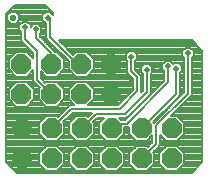
<source format=gtl>
G75*
%MOIN*%
%OFA0B0*%
%FSLAX25Y25*%
%IPPOS*%
%LPD*%
%AMOC8*
5,1,8,0,0,1.08239X$1,22.5*
%
%ADD10OC8,0.06600*%
%ADD11C,0.00787*%
%ADD12C,0.01981*%
%ADD13C,0.02178*%
D10*
X0132496Y0089189D03*
X0142496Y0089189D03*
X0152496Y0089189D03*
X0162496Y0089189D03*
X0172496Y0089189D03*
X0182496Y0089189D03*
X0182496Y0099189D03*
X0172496Y0099189D03*
X0162496Y0099189D03*
X0152496Y0099189D03*
X0142496Y0099189D03*
X0132496Y0099189D03*
X0132457Y0110567D03*
X0142457Y0110567D03*
X0152457Y0110567D03*
X0162457Y0110567D03*
X0162457Y0120567D03*
X0152457Y0120567D03*
X0142457Y0120567D03*
X0132457Y0120567D03*
D11*
X0127378Y0137288D02*
X0127378Y0087940D01*
X0130854Y0084465D01*
X0189257Y0084465D01*
X0192732Y0087940D01*
X0192732Y0125083D01*
X0189257Y0128559D01*
X0144916Y0128559D01*
X0149718Y0123756D01*
X0150720Y0124759D01*
X0154193Y0124759D01*
X0156648Y0122303D01*
X0156648Y0118831D01*
X0154193Y0116375D01*
X0150720Y0116375D01*
X0148265Y0118831D01*
X0148265Y0121574D01*
X0141412Y0128427D01*
X0141412Y0128427D01*
X0140659Y0129180D01*
X0140659Y0134157D01*
X0140568Y0134157D01*
X0139466Y0135260D01*
X0139466Y0136819D01*
X0140568Y0137922D01*
X0142128Y0137922D01*
X0143126Y0136923D01*
X0143126Y0137682D01*
X0140438Y0140370D01*
X0130460Y0140370D01*
X0127378Y0137288D01*
X0127670Y0137580D02*
X0128486Y0137580D01*
X0128917Y0138012D02*
X0127757Y0136851D01*
X0127757Y0135211D01*
X0128917Y0134050D01*
X0130558Y0134050D01*
X0131718Y0135211D01*
X0131718Y0136851D01*
X0130558Y0138012D01*
X0128917Y0138012D01*
X0128456Y0138366D02*
X0142442Y0138366D01*
X0142469Y0137580D02*
X0143126Y0137580D01*
X0141656Y0139152D02*
X0129242Y0139152D01*
X0130028Y0139938D02*
X0140870Y0139938D01*
X0140227Y0137580D02*
X0130990Y0137580D01*
X0131718Y0136794D02*
X0139466Y0136794D01*
X0139466Y0136008D02*
X0131718Y0136008D01*
X0131718Y0135222D02*
X0139503Y0135222D01*
X0140289Y0134436D02*
X0134793Y0134436D01*
X0134457Y0134772D02*
X0132898Y0134772D01*
X0131795Y0133669D01*
X0131795Y0132110D01*
X0132392Y0131513D01*
X0132392Y0128420D01*
X0136329Y0124483D01*
X0136329Y0122623D01*
X0134193Y0124759D01*
X0130720Y0124759D01*
X0128265Y0122303D01*
X0128265Y0118831D01*
X0130720Y0116375D01*
X0134193Y0116375D01*
X0136329Y0118511D01*
X0136329Y0114877D01*
X0138584Y0112622D01*
X0138265Y0112303D01*
X0138265Y0108831D01*
X0140720Y0106375D01*
X0144193Y0106375D01*
X0146648Y0108831D01*
X0146648Y0112303D01*
X0144193Y0114759D01*
X0140720Y0114759D01*
X0140402Y0114440D01*
X0138900Y0115942D01*
X0138900Y0118196D01*
X0140720Y0116375D01*
X0144193Y0116375D01*
X0146648Y0118831D01*
X0146648Y0122303D01*
X0144193Y0124759D01*
X0143680Y0124759D01*
X0138559Y0129879D01*
X0138559Y0130779D01*
X0139156Y0131376D01*
X0139156Y0132935D01*
X0138054Y0134038D01*
X0136494Y0134038D01*
X0135559Y0133103D01*
X0135559Y0133669D01*
X0134457Y0134772D01*
X0135559Y0133650D02*
X0136107Y0133650D01*
X0137274Y0132156D02*
X0137274Y0129346D01*
X0142457Y0124164D01*
X0142457Y0120567D01*
X0145750Y0117932D02*
X0149164Y0117932D01*
X0149949Y0117146D02*
X0144964Y0117146D01*
X0146536Y0118718D02*
X0148378Y0118718D01*
X0148265Y0119504D02*
X0146648Y0119504D01*
X0146648Y0120290D02*
X0148265Y0120290D01*
X0148265Y0121076D02*
X0146648Y0121076D01*
X0146648Y0121862D02*
X0147978Y0121862D01*
X0147192Y0122648D02*
X0146304Y0122648D01*
X0146406Y0123434D02*
X0145518Y0123434D01*
X0145620Y0124219D02*
X0144732Y0124219D01*
X0144834Y0125005D02*
X0143433Y0125005D01*
X0144048Y0125791D02*
X0142647Y0125791D01*
X0143262Y0126577D02*
X0141861Y0126577D01*
X0142476Y0127363D02*
X0141075Y0127363D01*
X0141690Y0128149D02*
X0140289Y0128149D01*
X0140904Y0128935D02*
X0139503Y0128935D01*
X0138717Y0129721D02*
X0140659Y0129721D01*
X0140659Y0130507D02*
X0138559Y0130507D01*
X0139073Y0131293D02*
X0140659Y0131293D01*
X0140659Y0132079D02*
X0139156Y0132079D01*
X0139156Y0132864D02*
X0140659Y0132864D01*
X0140659Y0133650D02*
X0138441Y0133650D01*
X0141348Y0136039D02*
X0141945Y0135443D01*
X0141945Y0129712D01*
X0151090Y0120567D01*
X0152457Y0120567D01*
X0155750Y0117932D02*
X0167825Y0117932D01*
X0167825Y0117638D02*
X0169809Y0115653D01*
X0169809Y0112090D01*
X0164729Y0107010D01*
X0154827Y0107010D01*
X0156648Y0108831D01*
X0156648Y0112303D01*
X0154193Y0114759D01*
X0150720Y0114759D01*
X0148265Y0112303D01*
X0148265Y0108831D01*
X0150086Y0107010D01*
X0148499Y0107010D01*
X0144551Y0103062D01*
X0144232Y0103381D01*
X0140760Y0103381D01*
X0138304Y0100925D01*
X0138304Y0097453D01*
X0140760Y0094997D01*
X0144232Y0094997D01*
X0146688Y0097453D01*
X0146688Y0100925D01*
X0146369Y0101244D01*
X0149564Y0104439D01*
X0155928Y0104439D01*
X0155898Y0104409D01*
X0154551Y0103062D01*
X0154232Y0103381D01*
X0150760Y0103381D01*
X0148304Y0100925D01*
X0148304Y0097453D01*
X0150760Y0094997D01*
X0154232Y0094997D01*
X0156688Y0097453D01*
X0156688Y0100925D01*
X0156369Y0101244D01*
X0157716Y0102591D01*
X0159970Y0102591D01*
X0158304Y0100925D01*
X0158304Y0097453D01*
X0160760Y0094997D01*
X0164232Y0094997D01*
X0166688Y0097453D01*
X0166688Y0099518D01*
X0168068Y0099518D01*
X0168304Y0099754D01*
X0168304Y0097453D01*
X0170760Y0094997D01*
X0174232Y0094997D01*
X0176110Y0096875D01*
X0176110Y0094621D01*
X0174551Y0093062D01*
X0174232Y0093381D01*
X0170760Y0093381D01*
X0168304Y0090925D01*
X0168304Y0087453D01*
X0170760Y0084997D01*
X0174232Y0084997D01*
X0176688Y0087453D01*
X0176688Y0090925D01*
X0176369Y0091244D01*
X0177928Y0092803D01*
X0178681Y0093556D01*
X0178681Y0097076D01*
X0180760Y0094997D01*
X0184232Y0094997D01*
X0186688Y0097453D01*
X0186688Y0100925D01*
X0184232Y0103381D01*
X0182433Y0103381D01*
X0188540Y0109488D01*
X0189293Y0110241D01*
X0189293Y0122852D01*
X0189890Y0123449D01*
X0189890Y0125008D01*
X0188788Y0126111D01*
X0187228Y0126111D01*
X0186126Y0125008D01*
X0186126Y0123449D01*
X0186722Y0122852D01*
X0186722Y0111305D01*
X0176863Y0101446D01*
X0176515Y0101098D01*
X0176369Y0101244D01*
X0184603Y0109478D01*
X0185356Y0110231D01*
X0185356Y0117734D01*
X0185953Y0118331D01*
X0185953Y0119890D01*
X0184851Y0120992D01*
X0183291Y0120992D01*
X0183087Y0120788D01*
X0182095Y0121780D01*
X0180535Y0121780D01*
X0179433Y0120677D01*
X0179433Y0119118D01*
X0180030Y0118521D01*
X0180030Y0115115D01*
X0167003Y0102089D01*
X0165524Y0102089D01*
X0165022Y0102591D01*
X0167440Y0102591D01*
X0168193Y0103344D01*
X0175553Y0110704D01*
X0175553Y0117419D01*
X0176150Y0118016D01*
X0176150Y0119575D01*
X0175047Y0120678D01*
X0173488Y0120678D01*
X0172385Y0119575D01*
X0172385Y0118016D01*
X0172982Y0117419D01*
X0172982Y0111769D01*
X0172380Y0111166D01*
X0172380Y0116718D01*
X0171627Y0117471D01*
X0170396Y0118702D01*
X0170396Y0121671D01*
X0170992Y0122268D01*
X0170992Y0123827D01*
X0169890Y0124929D01*
X0168331Y0124929D01*
X0167228Y0123827D01*
X0167228Y0122268D01*
X0167825Y0121671D01*
X0167825Y0117638D01*
X0168316Y0117146D02*
X0154964Y0117146D01*
X0156536Y0118718D02*
X0167825Y0118718D01*
X0167825Y0119504D02*
X0156648Y0119504D01*
X0156648Y0120290D02*
X0167825Y0120290D01*
X0167825Y0121076D02*
X0156648Y0121076D01*
X0156648Y0121862D02*
X0167634Y0121862D01*
X0167228Y0122648D02*
X0156304Y0122648D01*
X0155518Y0123434D02*
X0167228Y0123434D01*
X0167621Y0124219D02*
X0154732Y0124219D01*
X0150181Y0124219D02*
X0149255Y0124219D01*
X0148470Y0125005D02*
X0186126Y0125005D01*
X0186126Y0124219D02*
X0170600Y0124219D01*
X0170992Y0123434D02*
X0186141Y0123434D01*
X0186722Y0122648D02*
X0170992Y0122648D01*
X0170587Y0121862D02*
X0186722Y0121862D01*
X0186722Y0121076D02*
X0182799Y0121076D01*
X0181315Y0119898D02*
X0181315Y0114583D01*
X0167535Y0100803D01*
X0164110Y0100803D01*
X0162496Y0099189D01*
X0159831Y0095927D02*
X0155162Y0095927D01*
X0155947Y0096712D02*
X0159045Y0096712D01*
X0158304Y0097498D02*
X0156688Y0097498D01*
X0156688Y0098284D02*
X0158304Y0098284D01*
X0158304Y0099070D02*
X0156688Y0099070D01*
X0156688Y0099856D02*
X0158304Y0099856D01*
X0158304Y0100642D02*
X0156688Y0100642D01*
X0156553Y0101428D02*
X0158807Y0101428D01*
X0159593Y0102214D02*
X0157339Y0102214D01*
X0157183Y0103876D02*
X0166908Y0103876D01*
X0174268Y0111236D01*
X0174268Y0118795D01*
X0176150Y0118718D02*
X0179833Y0118718D01*
X0180030Y0117932D02*
X0176066Y0117932D01*
X0175553Y0117146D02*
X0180030Y0117146D01*
X0180030Y0116360D02*
X0175553Y0116360D01*
X0175553Y0115574D02*
X0180030Y0115574D01*
X0179703Y0114788D02*
X0175553Y0114788D01*
X0175553Y0114003D02*
X0178917Y0114003D01*
X0178131Y0113217D02*
X0175553Y0113217D01*
X0175553Y0112431D02*
X0177345Y0112431D01*
X0176559Y0111645D02*
X0175553Y0111645D01*
X0175553Y0110859D02*
X0175773Y0110859D01*
X0174987Y0110073D02*
X0174922Y0110073D01*
X0174202Y0109287D02*
X0174136Y0109287D01*
X0173416Y0108501D02*
X0173350Y0108501D01*
X0172630Y0107715D02*
X0172565Y0107715D01*
X0171844Y0106929D02*
X0171779Y0106929D01*
X0171058Y0106143D02*
X0170993Y0106143D01*
X0170272Y0105358D02*
X0170207Y0105358D01*
X0169486Y0104572D02*
X0169421Y0104572D01*
X0168700Y0103786D02*
X0168635Y0103786D01*
X0167914Y0103000D02*
X0167849Y0103000D01*
X0167128Y0102214D02*
X0165399Y0102214D01*
X0165261Y0105724D02*
X0149031Y0105724D01*
X0142496Y0099189D01*
X0139831Y0095927D02*
X0127378Y0095927D01*
X0127378Y0096712D02*
X0139045Y0096712D01*
X0138304Y0097498D02*
X0127378Y0097498D01*
X0127378Y0098284D02*
X0138304Y0098284D01*
X0138304Y0099070D02*
X0127378Y0099070D01*
X0127378Y0099856D02*
X0138304Y0099856D01*
X0138304Y0100642D02*
X0127378Y0100642D01*
X0127378Y0101428D02*
X0138807Y0101428D01*
X0139593Y0102214D02*
X0127378Y0102214D01*
X0127378Y0103000D02*
X0140379Y0103000D01*
X0140166Y0106929D02*
X0134747Y0106929D01*
X0134193Y0106375D02*
X0136648Y0108831D01*
X0136648Y0112303D01*
X0134193Y0114759D01*
X0130720Y0114759D01*
X0128265Y0112303D01*
X0128265Y0108831D01*
X0130720Y0106375D01*
X0134193Y0106375D01*
X0135533Y0107715D02*
X0139380Y0107715D01*
X0138595Y0108501D02*
X0136319Y0108501D01*
X0136648Y0109287D02*
X0138265Y0109287D01*
X0138265Y0110073D02*
X0136648Y0110073D01*
X0136648Y0110859D02*
X0138265Y0110859D01*
X0138265Y0111645D02*
X0136648Y0111645D01*
X0136521Y0112431D02*
X0138393Y0112431D01*
X0137989Y0113217D02*
X0135735Y0113217D01*
X0134949Y0114003D02*
X0137203Y0114003D01*
X0136417Y0114788D02*
X0127378Y0114788D01*
X0127378Y0114003D02*
X0129964Y0114003D01*
X0129178Y0113217D02*
X0127378Y0113217D01*
X0127378Y0112431D02*
X0128393Y0112431D01*
X0128265Y0111645D02*
X0127378Y0111645D01*
X0127378Y0110859D02*
X0128265Y0110859D01*
X0128265Y0110073D02*
X0127378Y0110073D01*
X0127378Y0109287D02*
X0128265Y0109287D01*
X0128595Y0108501D02*
X0127378Y0108501D01*
X0127378Y0107715D02*
X0129380Y0107715D01*
X0130166Y0106929D02*
X0127378Y0106929D01*
X0127378Y0106143D02*
X0147633Y0106143D01*
X0146847Y0105358D02*
X0127378Y0105358D01*
X0127378Y0104572D02*
X0146061Y0104572D01*
X0145275Y0103786D02*
X0127378Y0103786D01*
X0127378Y0095141D02*
X0140616Y0095141D01*
X0140760Y0093381D02*
X0138304Y0090925D01*
X0138304Y0087453D01*
X0140760Y0084997D01*
X0144232Y0084997D01*
X0146688Y0087453D01*
X0146688Y0090925D01*
X0144232Y0093381D01*
X0140760Y0093381D01*
X0140162Y0092783D02*
X0127378Y0092783D01*
X0127378Y0093569D02*
X0175058Y0093569D01*
X0175844Y0094355D02*
X0127378Y0094355D01*
X0127378Y0091997D02*
X0139376Y0091997D01*
X0138590Y0091211D02*
X0127378Y0091211D01*
X0127378Y0090425D02*
X0138304Y0090425D01*
X0138304Y0089639D02*
X0127378Y0089639D01*
X0127378Y0088853D02*
X0138304Y0088853D01*
X0138304Y0088067D02*
X0127378Y0088067D01*
X0128037Y0087282D02*
X0138476Y0087282D01*
X0139261Y0086496D02*
X0128823Y0086496D01*
X0129609Y0085710D02*
X0140047Y0085710D01*
X0144945Y0085710D02*
X0150047Y0085710D01*
X0150760Y0084997D02*
X0148304Y0087453D01*
X0148304Y0090925D01*
X0150760Y0093381D01*
X0154232Y0093381D01*
X0156688Y0090925D01*
X0156688Y0087453D01*
X0154232Y0084997D01*
X0150760Y0084997D01*
X0149261Y0086496D02*
X0145731Y0086496D01*
X0146517Y0087282D02*
X0148476Y0087282D01*
X0148304Y0088067D02*
X0146688Y0088067D01*
X0146688Y0088853D02*
X0148304Y0088853D01*
X0148304Y0089639D02*
X0146688Y0089639D01*
X0146688Y0090425D02*
X0148304Y0090425D01*
X0148590Y0091211D02*
X0146402Y0091211D01*
X0145616Y0091997D02*
X0149376Y0091997D01*
X0150162Y0092783D02*
X0144830Y0092783D01*
X0144376Y0095141D02*
X0150616Y0095141D01*
X0149831Y0095927D02*
X0145162Y0095927D01*
X0145947Y0096712D02*
X0149045Y0096712D01*
X0148304Y0097498D02*
X0146688Y0097498D01*
X0146688Y0098284D02*
X0148304Y0098284D01*
X0148304Y0099070D02*
X0146688Y0099070D01*
X0146688Y0099856D02*
X0148304Y0099856D01*
X0148304Y0100642D02*
X0146688Y0100642D01*
X0146553Y0101428D02*
X0148807Y0101428D01*
X0149593Y0102214D02*
X0147339Y0102214D01*
X0148125Y0103000D02*
X0150379Y0103000D01*
X0148911Y0103786D02*
X0155275Y0103786D01*
X0157183Y0103876D02*
X0152496Y0099189D01*
X0154376Y0095141D02*
X0160616Y0095141D01*
X0160760Y0093381D02*
X0158304Y0090925D01*
X0158304Y0087453D01*
X0160760Y0084997D01*
X0164232Y0084997D01*
X0166688Y0087453D01*
X0166688Y0090925D01*
X0164232Y0093381D01*
X0160760Y0093381D01*
X0160162Y0092783D02*
X0154830Y0092783D01*
X0155616Y0091997D02*
X0159376Y0091997D01*
X0158590Y0091211D02*
X0156402Y0091211D01*
X0156688Y0090425D02*
X0158304Y0090425D01*
X0158304Y0089639D02*
X0156688Y0089639D01*
X0156688Y0088853D02*
X0158304Y0088853D01*
X0158304Y0088067D02*
X0156688Y0088067D01*
X0156517Y0087282D02*
X0158476Y0087282D01*
X0159261Y0086496D02*
X0155731Y0086496D01*
X0154945Y0085710D02*
X0160047Y0085710D01*
X0164945Y0085710D02*
X0170047Y0085710D01*
X0169261Y0086496D02*
X0165731Y0086496D01*
X0166517Y0087282D02*
X0168476Y0087282D01*
X0168304Y0088067D02*
X0166688Y0088067D01*
X0166688Y0088853D02*
X0168304Y0088853D01*
X0168304Y0089639D02*
X0166688Y0089639D01*
X0166688Y0090425D02*
X0168304Y0090425D01*
X0168590Y0091211D02*
X0166402Y0091211D01*
X0165616Y0091997D02*
X0169376Y0091997D01*
X0170162Y0092783D02*
X0164830Y0092783D01*
X0164376Y0095141D02*
X0170616Y0095141D01*
X0169831Y0095927D02*
X0165162Y0095927D01*
X0165947Y0096712D02*
X0169045Y0096712D01*
X0168304Y0097498D02*
X0166688Y0097498D01*
X0166688Y0098284D02*
X0168304Y0098284D01*
X0168304Y0099070D02*
X0166688Y0099070D01*
X0172496Y0099189D02*
X0184071Y0110764D01*
X0184071Y0119110D01*
X0185555Y0117932D02*
X0186722Y0117932D01*
X0186722Y0117146D02*
X0185356Y0117146D01*
X0185356Y0116360D02*
X0186722Y0116360D01*
X0186722Y0115574D02*
X0185356Y0115574D01*
X0185356Y0114788D02*
X0186722Y0114788D01*
X0186722Y0114003D02*
X0185356Y0114003D01*
X0185356Y0113217D02*
X0186722Y0113217D01*
X0186722Y0112431D02*
X0185356Y0112431D01*
X0185356Y0111645D02*
X0186722Y0111645D01*
X0186276Y0110859D02*
X0185356Y0110859D01*
X0185490Y0110073D02*
X0185198Y0110073D01*
X0184704Y0109287D02*
X0184412Y0109287D01*
X0183918Y0108501D02*
X0183626Y0108501D01*
X0183132Y0107715D02*
X0182840Y0107715D01*
X0182346Y0106929D02*
X0182054Y0106929D01*
X0181560Y0106143D02*
X0181268Y0106143D01*
X0180775Y0105358D02*
X0180482Y0105358D01*
X0179989Y0104572D02*
X0179696Y0104572D01*
X0179203Y0103786D02*
X0178911Y0103786D01*
X0178417Y0103000D02*
X0178125Y0103000D01*
X0177631Y0102214D02*
X0177339Y0102214D01*
X0176845Y0101428D02*
X0176553Y0101428D01*
X0177396Y0100161D02*
X0177396Y0094089D01*
X0172496Y0089189D01*
X0175731Y0086496D02*
X0179261Y0086496D01*
X0178476Y0087282D02*
X0176517Y0087282D01*
X0176688Y0088067D02*
X0178304Y0088067D01*
X0178304Y0087453D02*
X0180760Y0084997D01*
X0184232Y0084997D01*
X0186688Y0087453D01*
X0186688Y0090925D01*
X0184232Y0093381D01*
X0180760Y0093381D01*
X0178304Y0090925D01*
X0178304Y0087453D01*
X0178304Y0088853D02*
X0176688Y0088853D01*
X0176688Y0089639D02*
X0178304Y0089639D01*
X0178304Y0090425D02*
X0176688Y0090425D01*
X0176402Y0091211D02*
X0178590Y0091211D01*
X0179376Y0091997D02*
X0177122Y0091997D01*
X0177908Y0092783D02*
X0180162Y0092783D01*
X0178681Y0093569D02*
X0192732Y0093569D01*
X0192732Y0094355D02*
X0178681Y0094355D01*
X0178681Y0095141D02*
X0180616Y0095141D01*
X0179831Y0095927D02*
X0178681Y0095927D01*
X0178681Y0096712D02*
X0179045Y0096712D01*
X0176110Y0096712D02*
X0175947Y0096712D01*
X0176110Y0095927D02*
X0175162Y0095927D01*
X0174376Y0095141D02*
X0176110Y0095141D01*
X0177396Y0100161D02*
X0188008Y0110773D01*
X0188008Y0124228D01*
X0189890Y0124219D02*
X0192732Y0124219D01*
X0192732Y0123434D02*
X0189875Y0123434D01*
X0189293Y0122648D02*
X0192732Y0122648D01*
X0192732Y0121862D02*
X0189293Y0121862D01*
X0189293Y0121076D02*
X0192732Y0121076D01*
X0192732Y0120290D02*
X0189293Y0120290D01*
X0189293Y0119504D02*
X0192732Y0119504D01*
X0192732Y0118718D02*
X0189293Y0118718D01*
X0189293Y0117932D02*
X0192732Y0117932D01*
X0192732Y0117146D02*
X0189293Y0117146D01*
X0189293Y0116360D02*
X0192732Y0116360D01*
X0192732Y0115574D02*
X0189293Y0115574D01*
X0189293Y0114788D02*
X0192732Y0114788D01*
X0192732Y0114003D02*
X0189293Y0114003D01*
X0189293Y0113217D02*
X0192732Y0113217D01*
X0192732Y0112431D02*
X0189293Y0112431D01*
X0189293Y0111645D02*
X0192732Y0111645D01*
X0192732Y0110859D02*
X0189293Y0110859D01*
X0189126Y0110073D02*
X0192732Y0110073D01*
X0192732Y0109287D02*
X0188340Y0109287D01*
X0187554Y0108501D02*
X0192732Y0108501D01*
X0192732Y0107715D02*
X0186768Y0107715D01*
X0185982Y0106929D02*
X0192732Y0106929D01*
X0192732Y0106143D02*
X0185196Y0106143D01*
X0184410Y0105358D02*
X0192732Y0105358D01*
X0192732Y0104572D02*
X0183624Y0104572D01*
X0182838Y0103786D02*
X0192732Y0103786D01*
X0192732Y0103000D02*
X0184613Y0103000D01*
X0185399Y0102214D02*
X0192732Y0102214D01*
X0192732Y0101428D02*
X0186185Y0101428D01*
X0186688Y0100642D02*
X0192732Y0100642D01*
X0192732Y0099856D02*
X0186688Y0099856D01*
X0186688Y0099070D02*
X0192732Y0099070D01*
X0192732Y0098284D02*
X0186688Y0098284D01*
X0186688Y0097498D02*
X0192732Y0097498D01*
X0192732Y0096712D02*
X0185947Y0096712D01*
X0185162Y0095927D02*
X0192732Y0095927D01*
X0192732Y0095141D02*
X0184376Y0095141D01*
X0184830Y0092783D02*
X0192732Y0092783D01*
X0192732Y0091997D02*
X0185616Y0091997D01*
X0186402Y0091211D02*
X0192732Y0091211D01*
X0192732Y0090425D02*
X0186688Y0090425D01*
X0186688Y0089639D02*
X0192732Y0089639D01*
X0192732Y0088853D02*
X0186688Y0088853D01*
X0186688Y0088067D02*
X0192732Y0088067D01*
X0192073Y0087282D02*
X0186517Y0087282D01*
X0185731Y0086496D02*
X0191288Y0086496D01*
X0190502Y0085710D02*
X0184945Y0085710D01*
X0189716Y0084924D02*
X0130394Y0084924D01*
X0144747Y0106929D02*
X0148419Y0106929D01*
X0149380Y0107715D02*
X0145533Y0107715D01*
X0146319Y0108501D02*
X0148595Y0108501D01*
X0148265Y0109287D02*
X0146648Y0109287D01*
X0146648Y0110073D02*
X0148265Y0110073D01*
X0148265Y0110859D02*
X0146648Y0110859D01*
X0146648Y0111645D02*
X0148265Y0111645D01*
X0148393Y0112431D02*
X0146521Y0112431D01*
X0145735Y0113217D02*
X0149178Y0113217D01*
X0149964Y0114003D02*
X0144949Y0114003D01*
X0142457Y0110567D02*
X0137614Y0115409D01*
X0137614Y0125016D01*
X0133677Y0128953D01*
X0133677Y0132890D01*
X0131795Y0132864D02*
X0127378Y0132864D01*
X0127378Y0132079D02*
X0131826Y0132079D01*
X0132392Y0131293D02*
X0127378Y0131293D01*
X0127378Y0130507D02*
X0132392Y0130507D01*
X0132392Y0129721D02*
X0127378Y0129721D01*
X0127378Y0128935D02*
X0132392Y0128935D01*
X0132663Y0128149D02*
X0127378Y0128149D01*
X0127378Y0127363D02*
X0133449Y0127363D01*
X0134235Y0126577D02*
X0127378Y0126577D01*
X0127378Y0125791D02*
X0135021Y0125791D01*
X0135807Y0125005D02*
X0127378Y0125005D01*
X0127378Y0124219D02*
X0130181Y0124219D01*
X0129395Y0123434D02*
X0127378Y0123434D01*
X0127378Y0122648D02*
X0128609Y0122648D01*
X0128265Y0121862D02*
X0127378Y0121862D01*
X0127378Y0121076D02*
X0128265Y0121076D01*
X0128265Y0120290D02*
X0127378Y0120290D01*
X0127378Y0119504D02*
X0128265Y0119504D01*
X0128378Y0118718D02*
X0127378Y0118718D01*
X0127378Y0117932D02*
X0129164Y0117932D01*
X0129949Y0117146D02*
X0127378Y0117146D01*
X0127378Y0116360D02*
X0136329Y0116360D01*
X0136329Y0115574D02*
X0127378Y0115574D01*
X0134964Y0117146D02*
X0136329Y0117146D01*
X0136329Y0117932D02*
X0135750Y0117932D01*
X0138900Y0117932D02*
X0139164Y0117932D01*
X0138900Y0117146D02*
X0139949Y0117146D01*
X0138900Y0116360D02*
X0169102Y0116360D01*
X0169809Y0115574D02*
X0139267Y0115574D01*
X0140053Y0114788D02*
X0169809Y0114788D01*
X0169809Y0114003D02*
X0154949Y0114003D01*
X0155735Y0113217D02*
X0169809Y0113217D01*
X0169809Y0112431D02*
X0156521Y0112431D01*
X0156648Y0111645D02*
X0169364Y0111645D01*
X0168578Y0110859D02*
X0156648Y0110859D01*
X0156648Y0110073D02*
X0167792Y0110073D01*
X0167006Y0109287D02*
X0156648Y0109287D01*
X0156319Y0108501D02*
X0166220Y0108501D01*
X0165434Y0107715D02*
X0155533Y0107715D01*
X0165261Y0105724D02*
X0171094Y0111558D01*
X0171094Y0116186D01*
X0169110Y0118170D01*
X0169110Y0123047D01*
X0170396Y0121076D02*
X0179831Y0121076D01*
X0179433Y0120290D02*
X0175435Y0120290D01*
X0176150Y0119504D02*
X0179433Y0119504D01*
X0185553Y0120290D02*
X0186722Y0120290D01*
X0186722Y0119504D02*
X0185953Y0119504D01*
X0185953Y0118718D02*
X0186722Y0118718D01*
X0189890Y0125005D02*
X0192732Y0125005D01*
X0192024Y0125791D02*
X0189107Y0125791D01*
X0190453Y0127363D02*
X0146112Y0127363D01*
X0146898Y0126577D02*
X0191238Y0126577D01*
X0189667Y0128149D02*
X0145326Y0128149D01*
X0147684Y0125791D02*
X0186909Y0125791D01*
X0173100Y0120290D02*
X0170396Y0120290D01*
X0170396Y0119504D02*
X0172385Y0119504D01*
X0172385Y0118718D02*
X0170396Y0118718D01*
X0171166Y0117932D02*
X0172469Y0117932D01*
X0172982Y0117146D02*
X0171952Y0117146D01*
X0172380Y0116360D02*
X0172982Y0116360D01*
X0172982Y0115574D02*
X0172380Y0115574D01*
X0172380Y0114788D02*
X0172982Y0114788D01*
X0172982Y0114003D02*
X0172380Y0114003D01*
X0172380Y0113217D02*
X0172982Y0113217D01*
X0172982Y0112431D02*
X0172380Y0112431D01*
X0172380Y0111645D02*
X0172859Y0111645D01*
X0174945Y0085710D02*
X0180047Y0085710D01*
X0136329Y0122648D02*
X0136304Y0122648D01*
X0136329Y0123434D02*
X0135518Y0123434D01*
X0134732Y0124219D02*
X0136329Y0124219D01*
X0131795Y0133650D02*
X0127378Y0133650D01*
X0127378Y0134436D02*
X0128531Y0134436D01*
X0127757Y0135222D02*
X0127378Y0135222D01*
X0127378Y0136008D02*
X0127757Y0136008D01*
X0127757Y0136794D02*
X0127378Y0136794D01*
X0130944Y0134436D02*
X0132562Y0134436D01*
D12*
X0133677Y0132890D03*
X0137274Y0132156D03*
X0141348Y0136039D03*
X0169110Y0123047D03*
X0171866Y0119898D03*
X0174268Y0118795D03*
X0176551Y0120134D03*
X0178953Y0118717D03*
X0181315Y0119898D03*
X0184071Y0119110D03*
X0188008Y0124228D03*
X0169110Y0114780D03*
D13*
X0129738Y0136031D03*
M02*

</source>
